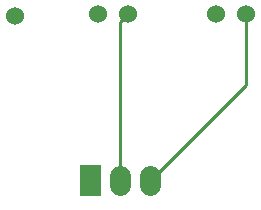
<source format=gbl>
G04 Layer: BottomLayer*
G04 EasyEDA v6.4.25, 2021-12-08T09:20:59--6:00*
G04 69f887db25cf48ce9622c15e18288c25,10*
G04 Gerber Generator version 0.2*
G04 Scale: 100 percent, Rotated: No, Reflected: No *
G04 Dimensions in millimeters *
G04 leading zeros omitted , absolute positions ,4 integer and 5 decimal *
%FSLAX45Y45*%
%MOMM*%

%ADD10C,0.2540*%
%ADD14C,1.5240*%
%ADD16C,1.8000*%

%LPD*%
D10*
X2413000Y13818085D02*
G01*
X2413000Y15163802D01*
X2476500Y15227302D01*
X3479800Y15227302D02*
G01*
X3479800Y14629869D01*
X2667025Y13817094D01*
D14*
G01*
X1524000Y15214600D03*
G36*
X2068992Y13948095D02*
G01*
X2248992Y13948095D01*
X2248992Y13688095D01*
X2068992Y13688095D01*
G37*
G01*
X2222500Y15227300D03*
G01*
X2476500Y15227300D03*
G01*
X3225800Y15227300D03*
G01*
X3479800Y15227300D03*
D16*
X2413000Y13858082D02*
G01*
X2413000Y13778082D01*
X2667025Y13857091D02*
G01*
X2667025Y13777092D01*
M02*

</source>
